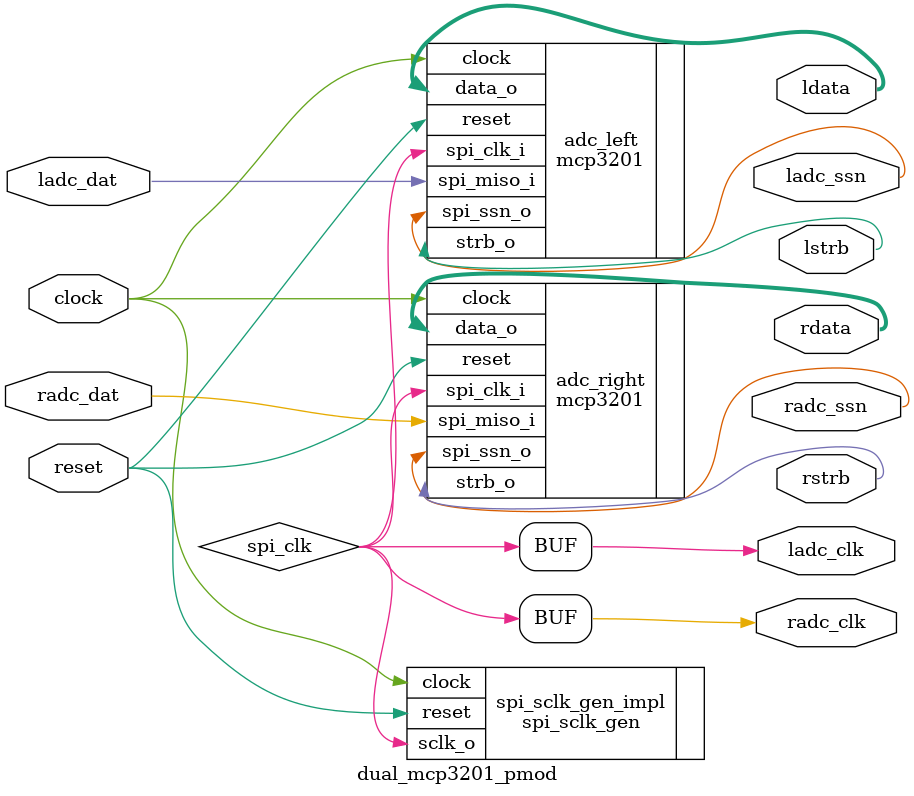
<source format=sv>
`timescale 1ns/100ps
`default_nettype none

module dual_mcp3201_pmod #(parameter CLOCK_FREQ = 25000000,
             parameter SAMPLE_RATE = 50000)
    (input wire clock,
     input wire reset,

     output wire radc_ssn,
     output wire radc_clk,
     input wire  radc_dat,

     output wire ladc_ssn,
     output wire ladc_clk,
     input wire  ladc_dat,

     output wire [11:0] rdata,
     output wire        rstrb,
     output wire [11:0] ldata,
     output wire        lstrb);

    localparam MCP3201_CLOCK_PER_SAMPLE = 17;
    localparam SCLK_FREQ = SAMPLE_RATE * MCP3201_CLOCK_PER_SAMPLE;

    logic spi_clk;

    spi_sclk_gen #(.CLOCK_FREQ(CLOCK_FREQ),
                   .SCLK_FREQ(SCLK_FREQ)) spi_sclk_gen_impl
      (.clock, .reset,
       .sclk_o(spi_clk));

    mcp3201 adc_left
      (.clock, .reset,
       .spi_clk_i(spi_clk),
       .spi_ssn_o(ladc_ssn),
       .spi_miso_i(ladc_dat),
       .data_o(ldata),
       .strb_o(lstrb));

    mcp3201 adc_right
      (.clock, .reset,
       .spi_clk_i(spi_clk),
       .spi_ssn_o(radc_ssn),
       .spi_miso_i(radc_dat),
       .data_o(rdata),
       .strb_o(rstrb));

    assign ladc_clk = spi_clk;
    assign radc_clk = spi_clk;

endmodule // dual_mcp3201_pmod

</source>
